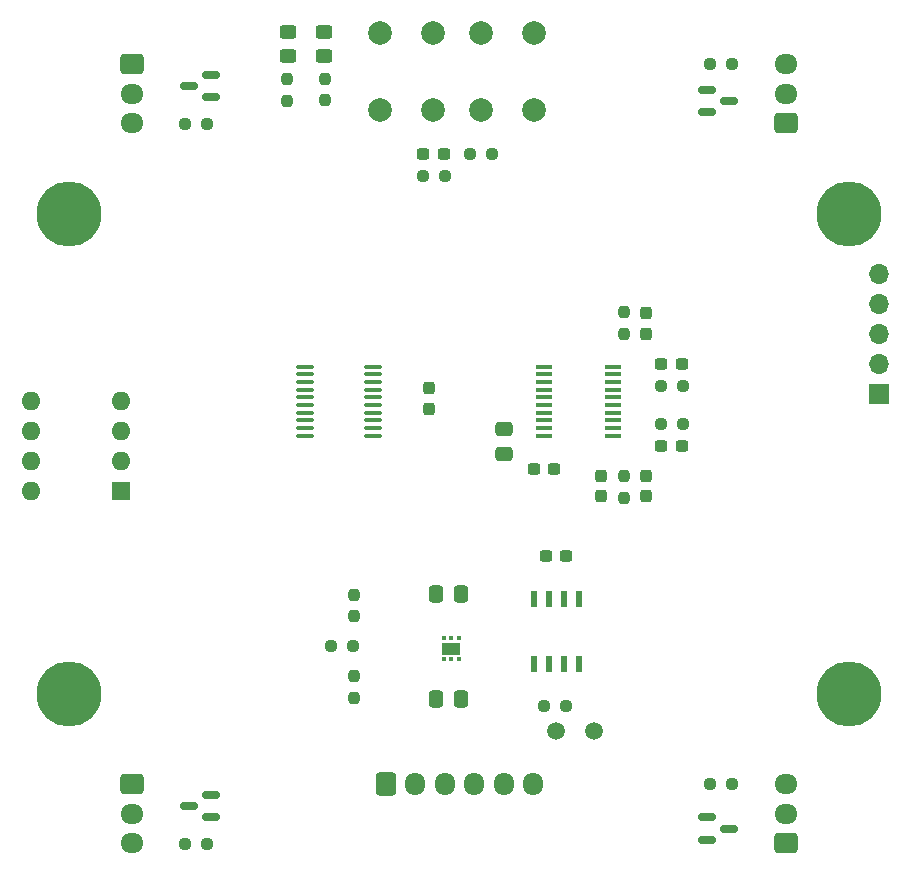
<source format=gts>
G04 #@! TF.GenerationSoftware,KiCad,Pcbnew,7.0.7*
G04 #@! TF.CreationDate,2024-10-01T17:13:07-05:00*
G04 #@! TF.ProjectId,corner-board,636f726e-6572-42d6-926f-6172642e6b69,rev?*
G04 #@! TF.SameCoordinates,Original*
G04 #@! TF.FileFunction,Soldermask,Top*
G04 #@! TF.FilePolarity,Negative*
%FSLAX46Y46*%
G04 Gerber Fmt 4.6, Leading zero omitted, Abs format (unit mm)*
G04 Created by KiCad (PCBNEW 7.0.7) date 2024-10-01 17:13:07*
%MOMM*%
%LPD*%
G01*
G04 APERTURE LIST*
G04 Aperture macros list*
%AMRoundRect*
0 Rectangle with rounded corners*
0 $1 Rounding radius*
0 $2 $3 $4 $5 $6 $7 $8 $9 X,Y pos of 4 corners*
0 Add a 4 corners polygon primitive as box body*
4,1,4,$2,$3,$4,$5,$6,$7,$8,$9,$2,$3,0*
0 Add four circle primitives for the rounded corners*
1,1,$1+$1,$2,$3*
1,1,$1+$1,$4,$5*
1,1,$1+$1,$6,$7*
1,1,$1+$1,$8,$9*
0 Add four rect primitives between the rounded corners*
20,1,$1+$1,$2,$3,$4,$5,0*
20,1,$1+$1,$4,$5,$6,$7,0*
20,1,$1+$1,$6,$7,$8,$9,0*
20,1,$1+$1,$8,$9,$2,$3,0*%
G04 Aperture macros list end*
%ADD10RoundRect,0.093750X-0.106250X0.093750X-0.106250X-0.093750X0.106250X-0.093750X0.106250X0.093750X0*%
%ADD11R,1.600000X1.000000*%
%ADD12C,1.500000*%
%ADD13RoundRect,0.237500X-0.237500X0.250000X-0.237500X-0.250000X0.237500X-0.250000X0.237500X0.250000X0*%
%ADD14RoundRect,0.237500X0.250000X0.237500X-0.250000X0.237500X-0.250000X-0.237500X0.250000X-0.237500X0*%
%ADD15RoundRect,0.150000X-0.587500X-0.150000X0.587500X-0.150000X0.587500X0.150000X-0.587500X0.150000X0*%
%ADD16RoundRect,0.250000X-0.450000X0.325000X-0.450000X-0.325000X0.450000X-0.325000X0.450000X0.325000X0*%
%ADD17RoundRect,0.250000X-0.600000X-0.725000X0.600000X-0.725000X0.600000X0.725000X-0.600000X0.725000X0*%
%ADD18O,1.700000X1.950000*%
%ADD19C,2.000000*%
%ADD20C,5.500000*%
%ADD21RoundRect,0.237500X-0.250000X-0.237500X0.250000X-0.237500X0.250000X0.237500X-0.250000X0.237500X0*%
%ADD22R,1.600000X1.600000*%
%ADD23O,1.600000X1.600000*%
%ADD24RoundRect,0.237500X-0.237500X0.300000X-0.237500X-0.300000X0.237500X-0.300000X0.237500X0.300000X0*%
%ADD25R,1.473200X0.355600*%
%ADD26R,0.558800X1.460500*%
%ADD27R,1.700000X1.700000*%
%ADD28O,1.700000X1.700000*%
%ADD29RoundRect,0.100000X-0.637500X-0.100000X0.637500X-0.100000X0.637500X0.100000X-0.637500X0.100000X0*%
%ADD30RoundRect,0.250000X0.337500X0.475000X-0.337500X0.475000X-0.337500X-0.475000X0.337500X-0.475000X0*%
%ADD31O,1.950000X1.700000*%
%ADD32RoundRect,0.250000X0.725000X-0.600000X0.725000X0.600000X-0.725000X0.600000X-0.725000X-0.600000X0*%
%ADD33RoundRect,0.150000X0.587500X0.150000X-0.587500X0.150000X-0.587500X-0.150000X0.587500X-0.150000X0*%
%ADD34RoundRect,0.237500X-0.300000X-0.237500X0.300000X-0.237500X0.300000X0.237500X-0.300000X0.237500X0*%
%ADD35RoundRect,0.237500X0.300000X0.237500X-0.300000X0.237500X-0.300000X-0.237500X0.300000X-0.237500X0*%
%ADD36RoundRect,0.250000X-0.725000X0.600000X-0.725000X-0.600000X0.725000X-0.600000X0.725000X0.600000X0*%
%ADD37RoundRect,0.250000X-0.475000X0.337500X-0.475000X-0.337500X0.475000X-0.337500X0.475000X0.337500X0*%
%ADD38RoundRect,0.237500X0.237500X-0.300000X0.237500X0.300000X-0.237500X0.300000X-0.237500X-0.300000X0*%
%ADD39RoundRect,0.237500X0.237500X-0.250000X0.237500X0.250000X-0.237500X0.250000X-0.237500X-0.250000X0*%
G04 APERTURE END LIST*
D10*
X63515000Y-68962500D03*
X62865000Y-68962500D03*
X62215000Y-68962500D03*
X62215000Y-70737500D03*
X62865000Y-70737500D03*
X63515000Y-70737500D03*
D11*
X62865000Y-69850000D03*
D12*
X74930000Y-76835000D03*
X71755000Y-76835000D03*
D13*
X48960000Y-21662500D03*
X48960000Y-23487500D03*
D14*
X82470000Y-50800000D03*
X80645000Y-50800000D03*
D15*
X84485000Y-84140000D03*
X84485000Y-86040000D03*
X86360000Y-85090000D03*
D16*
X49030000Y-17635000D03*
X49030000Y-19685000D03*
D14*
X42187500Y-25400000D03*
X40362500Y-25400000D03*
D13*
X54610000Y-65300850D03*
X54610000Y-67125850D03*
D17*
X57310000Y-81280000D03*
D18*
X59810000Y-81280000D03*
X62310000Y-81280000D03*
X64810000Y-81280000D03*
X67310000Y-81280000D03*
X69810000Y-81280000D03*
D19*
X56805000Y-24205000D03*
X56805000Y-17705000D03*
X61305000Y-24205000D03*
X61305000Y-17705000D03*
D16*
X52070000Y-17635000D03*
X52070000Y-19685000D03*
D20*
X96520000Y-73660000D03*
D21*
X60505000Y-29845000D03*
X62330000Y-29845000D03*
D22*
X34915000Y-56505000D03*
D23*
X34915000Y-53965000D03*
X34915000Y-51425000D03*
X34915000Y-48885000D03*
X27295000Y-48885000D03*
X27295000Y-51425000D03*
X27295000Y-53965000D03*
X27295000Y-56505000D03*
D13*
X52135000Y-21582500D03*
X52135000Y-23407500D03*
D21*
X84812500Y-20320000D03*
X86637500Y-20320000D03*
D24*
X60960000Y-47805000D03*
X60960000Y-49530000D03*
D25*
X76581000Y-51820000D03*
X76581000Y-51169999D03*
X76581000Y-50520001D03*
X76581000Y-49869999D03*
X76581000Y-49220001D03*
X76581000Y-48570002D03*
X76581000Y-47920001D03*
X76581000Y-47270002D03*
X76581000Y-46620001D03*
X76581000Y-45970002D03*
X70739000Y-45970000D03*
X70739000Y-46619998D03*
X70739000Y-47269999D03*
X70739000Y-47919998D03*
X70739000Y-48569999D03*
X70739000Y-49219998D03*
X70739000Y-49869999D03*
X70739000Y-50519998D03*
X70739000Y-51169999D03*
X70739000Y-51819998D03*
D26*
X73660000Y-65671700D03*
X72390000Y-65671700D03*
X71120000Y-65671700D03*
X69850000Y-65671700D03*
X69850000Y-71120000D03*
X71120000Y-71120000D03*
X72390000Y-71120000D03*
X73660000Y-71120000D03*
D27*
X99060000Y-48260000D03*
D28*
X99060000Y-45720000D03*
X99060000Y-43180000D03*
X99060000Y-40640000D03*
X99060000Y-38100000D03*
D29*
X50477500Y-45970000D03*
X50477500Y-46620000D03*
X50477500Y-47270000D03*
X50477500Y-47920000D03*
X50477500Y-48570000D03*
X50477500Y-49220000D03*
X50477500Y-49870000D03*
X50477500Y-50520000D03*
X50477500Y-51170000D03*
X50477500Y-51820000D03*
X56202500Y-51820000D03*
X56202500Y-51170000D03*
X56202500Y-50520000D03*
X56202500Y-49870000D03*
X56202500Y-49220000D03*
X56202500Y-48570000D03*
X56202500Y-47920000D03*
X56202500Y-47270000D03*
X56202500Y-46620000D03*
X56202500Y-45970000D03*
D30*
X63670000Y-65220850D03*
X61595000Y-65220850D03*
D24*
X75565000Y-55245000D03*
X75565000Y-56970000D03*
D14*
X54530000Y-69665850D03*
X52705000Y-69665850D03*
D31*
X91165000Y-20360000D03*
X91165000Y-22860000D03*
D32*
X91165000Y-25360000D03*
D21*
X84812500Y-81280000D03*
X86637500Y-81280000D03*
D33*
X42515000Y-23175000D03*
X42515000Y-21275000D03*
X40640000Y-22225000D03*
D34*
X70892500Y-62045850D03*
X72617500Y-62045850D03*
D21*
X64492500Y-27940000D03*
X66317500Y-27940000D03*
D20*
X30480000Y-33020000D03*
D19*
X65355000Y-24205000D03*
X65355000Y-17705000D03*
X69855000Y-24205000D03*
X69855000Y-17705000D03*
D30*
X63670000Y-74110850D03*
X61595000Y-74110850D03*
D35*
X71575000Y-54610000D03*
X69850000Y-54610000D03*
D34*
X80645000Y-52705000D03*
X82370000Y-52705000D03*
D20*
X96520000Y-33020000D03*
D31*
X35835000Y-86320000D03*
X35835000Y-83820000D03*
D36*
X35835000Y-81320000D03*
D37*
X67310000Y-51265000D03*
X67310000Y-53340000D03*
D38*
X79375000Y-43180000D03*
X79375000Y-41455000D03*
D36*
X35835000Y-20360000D03*
D31*
X35835000Y-22860000D03*
X35835000Y-25360000D03*
D39*
X77470000Y-57070000D03*
X77470000Y-55245000D03*
D15*
X84485000Y-22545000D03*
X84485000Y-24445000D03*
X86360000Y-23495000D03*
D33*
X42515000Y-84135000D03*
X42515000Y-82235000D03*
X40640000Y-83185000D03*
D35*
X62230000Y-27940000D03*
X60505000Y-27940000D03*
D14*
X42187500Y-86360000D03*
X40362500Y-86360000D03*
X82470000Y-47625000D03*
X80645000Y-47625000D03*
D20*
X30480000Y-73660000D03*
D14*
X72577100Y-74745850D03*
X70752100Y-74745850D03*
D13*
X77470000Y-41355000D03*
X77470000Y-43180000D03*
X54610000Y-72205850D03*
X54610000Y-74030850D03*
D31*
X91165000Y-81320000D03*
X91165000Y-83820000D03*
D32*
X91165000Y-86320000D03*
D24*
X79375000Y-55245000D03*
X79375000Y-56970000D03*
D34*
X80645000Y-45720000D03*
X82370000Y-45720000D03*
M02*

</source>
